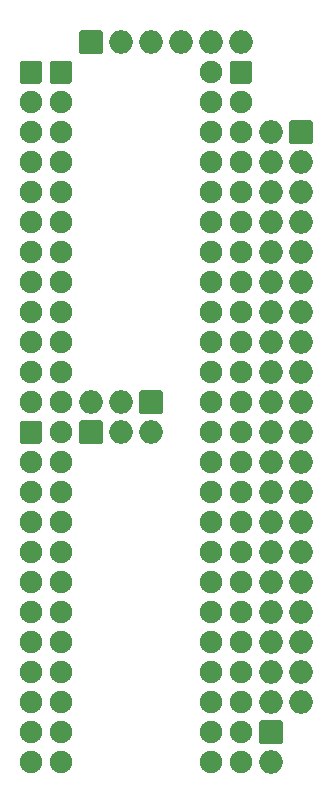
<source format=gbr>
G04 #@! TF.GenerationSoftware,KiCad,Pcbnew,(5.1.9)-1*
G04 #@! TF.CreationDate,2021-03-21T08:29:29+00:00*
G04 #@! TF.ProjectId,RGBtoHDMI Amiga Denise - v2++ by solarmon,52474274-6f48-4444-9d49-20416d696761,v2++*
G04 #@! TF.SameCoordinates,Original*
G04 #@! TF.FileFunction,Soldermask,Bot*
G04 #@! TF.FilePolarity,Negative*
%FSLAX46Y46*%
G04 Gerber Fmt 4.6, Leading zero omitted, Abs format (unit mm)*
G04 Created by KiCad (PCBNEW (5.1.9)-1) date 2021-03-21 08:29:29*
%MOMM*%
%LPD*%
G01*
G04 APERTURE LIST*
%ADD10O,1.900000X1.900000*%
%ADD11O,2.000000X2.000000*%
G04 APERTURE END LIST*
D10*
X134620000Y-119380000D03*
X134620000Y-116840000D03*
X134620000Y-114300000D03*
X134620000Y-111760000D03*
X134620000Y-109220000D03*
X134620000Y-106680000D03*
X134620000Y-104140000D03*
X134620000Y-101600000D03*
X134620000Y-99060000D03*
X134620000Y-96520000D03*
X134620000Y-93980000D03*
X134620000Y-91440000D03*
X134620000Y-88900000D03*
X134620000Y-86360000D03*
X134620000Y-83820000D03*
X134620000Y-81280000D03*
X134620000Y-78740000D03*
X134620000Y-76200000D03*
X134620000Y-73660000D03*
X134620000Y-71120000D03*
X134620000Y-68580000D03*
X134620000Y-66040000D03*
X134620000Y-63500000D03*
G36*
G01*
X135570000Y-60160000D02*
X135570000Y-61760000D01*
G75*
G02*
X135420000Y-61910000I-150000J0D01*
G01*
X133820000Y-61910000D01*
G75*
G02*
X133670000Y-61760000I0J150000D01*
G01*
X133670000Y-60160000D01*
G75*
G02*
X133820000Y-60010000I150000J0D01*
G01*
X135420000Y-60010000D01*
G75*
G02*
X135570000Y-60160000I0J-150000D01*
G01*
G37*
X119380000Y-119380000D03*
X119380000Y-116840000D03*
X119380000Y-114300000D03*
X119380000Y-111760000D03*
X119380000Y-109220000D03*
X119380000Y-106680000D03*
X119380000Y-104140000D03*
X119380000Y-101600000D03*
X119380000Y-99060000D03*
X119380000Y-96520000D03*
X119380000Y-93980000D03*
X119380000Y-91440000D03*
X119380000Y-88900000D03*
X119380000Y-86360000D03*
X119380000Y-83820000D03*
X119380000Y-81280000D03*
X119380000Y-78740000D03*
X119380000Y-76200000D03*
X119380000Y-73660000D03*
X119380000Y-71120000D03*
X119380000Y-68580000D03*
X119380000Y-66040000D03*
X119380000Y-63500000D03*
G36*
G01*
X120330000Y-60160000D02*
X120330000Y-61760000D01*
G75*
G02*
X120180000Y-61910000I-150000J0D01*
G01*
X118580000Y-61910000D01*
G75*
G02*
X118430000Y-61760000I0J150000D01*
G01*
X118430000Y-60160000D01*
G75*
G02*
X118580000Y-60010000I150000J0D01*
G01*
X120180000Y-60010000D01*
G75*
G02*
X120330000Y-60160000I0J-150000D01*
G01*
G37*
D11*
X134620000Y-58420000D03*
X132080000Y-58420000D03*
X129540000Y-58420000D03*
X127000000Y-58420000D03*
X124460000Y-58420000D03*
G36*
G01*
X122770000Y-59420000D02*
X121070000Y-59420000D01*
G75*
G02*
X120920000Y-59270000I0J150000D01*
G01*
X120920000Y-57570000D01*
G75*
G02*
X121070000Y-57420000I150000J0D01*
G01*
X122770000Y-57420000D01*
G75*
G02*
X122920000Y-57570000I0J-150000D01*
G01*
X122920000Y-59270000D01*
G75*
G02*
X122770000Y-59420000I-150000J0D01*
G01*
G37*
X121920000Y-88900000D03*
X124460000Y-88900000D03*
G36*
G01*
X127850000Y-89900000D02*
X126150000Y-89900000D01*
G75*
G02*
X126000000Y-89750000I0J150000D01*
G01*
X126000000Y-88050000D01*
G75*
G02*
X126150000Y-87900000I150000J0D01*
G01*
X127850000Y-87900000D01*
G75*
G02*
X128000000Y-88050000I0J-150000D01*
G01*
X128000000Y-89750000D01*
G75*
G02*
X127850000Y-89900000I-150000J0D01*
G01*
G37*
G36*
G01*
X138700000Y-66890000D02*
X138700000Y-65190000D01*
G75*
G02*
X138850000Y-65040000I150000J0D01*
G01*
X140550000Y-65040000D01*
G75*
G02*
X140700000Y-65190000I0J-150000D01*
G01*
X140700000Y-66890000D01*
G75*
G02*
X140550000Y-67040000I-150000J0D01*
G01*
X138850000Y-67040000D01*
G75*
G02*
X138700000Y-66890000I0J150000D01*
G01*
G37*
X137160000Y-66040000D03*
X139700000Y-68580000D03*
X137160000Y-68580000D03*
X139700000Y-71120000D03*
X137160000Y-71120000D03*
X139700000Y-73660000D03*
X137160000Y-73660000D03*
X139700000Y-76200000D03*
X137160000Y-76200000D03*
X139700000Y-78740000D03*
X137160000Y-78740000D03*
X139700000Y-81280000D03*
X137160000Y-81280000D03*
X139700000Y-83820000D03*
X137160000Y-83820000D03*
X139700000Y-86360000D03*
X137160000Y-86360000D03*
X139700000Y-88900000D03*
X137160000Y-88900000D03*
X139700000Y-91440000D03*
X137160000Y-91440000D03*
X139700000Y-93980000D03*
X137160000Y-93980000D03*
X139700000Y-96520000D03*
X137160000Y-96520000D03*
X139700000Y-99060000D03*
X137160000Y-99060000D03*
X139700000Y-101600000D03*
X137160000Y-101600000D03*
X139700000Y-104140000D03*
X137160000Y-104140000D03*
X139700000Y-106680000D03*
X137160000Y-106680000D03*
X139700000Y-109220000D03*
X137160000Y-109220000D03*
X139700000Y-111760000D03*
X137160000Y-111760000D03*
X139700000Y-114300000D03*
X137160000Y-114300000D03*
G36*
G01*
X115890000Y-61760000D02*
X115890000Y-60160000D01*
G75*
G02*
X116040000Y-60010000I150000J0D01*
G01*
X117640000Y-60010000D01*
G75*
G02*
X117790000Y-60160000I0J-150000D01*
G01*
X117790000Y-61760000D01*
G75*
G02*
X117640000Y-61910000I-150000J0D01*
G01*
X116040000Y-61910000D01*
G75*
G02*
X115890000Y-61760000I0J150000D01*
G01*
G37*
D10*
X132080000Y-88900000D03*
X116840000Y-63500000D03*
X132080000Y-86360000D03*
X116840000Y-66040000D03*
X132080000Y-83820000D03*
X116840000Y-68580000D03*
X132080000Y-81280000D03*
X116840000Y-71120000D03*
X132080000Y-78740000D03*
X116840000Y-73660000D03*
X132080000Y-76200000D03*
X116840000Y-76200000D03*
X132080000Y-73660000D03*
X116840000Y-78740000D03*
X132080000Y-71120000D03*
X116840000Y-81280000D03*
X132080000Y-68580000D03*
X116840000Y-83820000D03*
X132080000Y-66040000D03*
X116840000Y-86360000D03*
X132080000Y-63500000D03*
X116840000Y-88900000D03*
X132080000Y-60960000D03*
G36*
G01*
X115890000Y-92240000D02*
X115890000Y-90640000D01*
G75*
G02*
X116040000Y-90490000I150000J0D01*
G01*
X117640000Y-90490000D01*
G75*
G02*
X117790000Y-90640000I0J-150000D01*
G01*
X117790000Y-92240000D01*
G75*
G02*
X117640000Y-92390000I-150000J0D01*
G01*
X116040000Y-92390000D01*
G75*
G02*
X115890000Y-92240000I0J150000D01*
G01*
G37*
X132080000Y-119380000D03*
X116840000Y-93980000D03*
X132080000Y-116840000D03*
X116840000Y-96520000D03*
X132080000Y-114300000D03*
X116840000Y-99060000D03*
X132080000Y-111760000D03*
X116840000Y-101600000D03*
X132080000Y-109220000D03*
X116840000Y-104140000D03*
X132080000Y-106680000D03*
X116840000Y-106680000D03*
X132080000Y-104140000D03*
X116840000Y-109220000D03*
X132080000Y-101600000D03*
X116840000Y-111760000D03*
X132080000Y-99060000D03*
X116840000Y-114300000D03*
X132080000Y-96520000D03*
X116840000Y-116840000D03*
X132080000Y-93980000D03*
X116840000Y-119380000D03*
X132080000Y-91440000D03*
D11*
X137160000Y-119380000D03*
G36*
G01*
X136160000Y-117690000D02*
X136160000Y-115990000D01*
G75*
G02*
X136310000Y-115840000I150000J0D01*
G01*
X138010000Y-115840000D01*
G75*
G02*
X138160000Y-115990000I0J-150000D01*
G01*
X138160000Y-117690000D01*
G75*
G02*
X138010000Y-117840000I-150000J0D01*
G01*
X136310000Y-117840000D01*
G75*
G02*
X136160000Y-117690000I0J150000D01*
G01*
G37*
G36*
G01*
X121070000Y-90440000D02*
X122770000Y-90440000D01*
G75*
G02*
X122920000Y-90590000I0J-150000D01*
G01*
X122920000Y-92290000D01*
G75*
G02*
X122770000Y-92440000I-150000J0D01*
G01*
X121070000Y-92440000D01*
G75*
G02*
X120920000Y-92290000I0J150000D01*
G01*
X120920000Y-90590000D01*
G75*
G02*
X121070000Y-90440000I150000J0D01*
G01*
G37*
X124460000Y-91440000D03*
X127000000Y-91440000D03*
M02*

</source>
